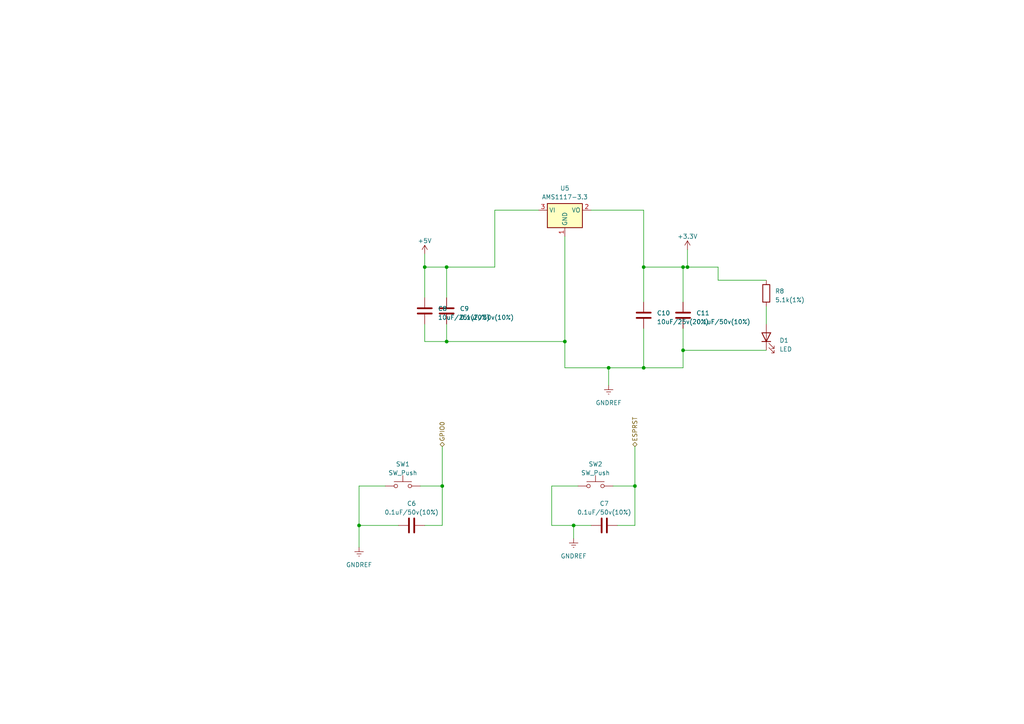
<source format=kicad_sch>
(kicad_sch (version 20230121) (generator eeschema)

  (uuid 524b97d5-f261-483f-aa26-0bc290ea6213)

  (paper "A4")

  (lib_symbols
    (symbol "Device:C" (pin_numbers hide) (pin_names (offset 0.254)) (in_bom yes) (on_board yes)
      (property "Reference" "C" (at 0.635 2.54 0)
        (effects (font (size 1.27 1.27)) (justify left))
      )
      (property "Value" "C" (at 0.635 -2.54 0)
        (effects (font (size 1.27 1.27)) (justify left))
      )
      (property "Footprint" "" (at 0.9652 -3.81 0)
        (effects (font (size 1.27 1.27)) hide)
      )
      (property "Datasheet" "~" (at 0 0 0)
        (effects (font (size 1.27 1.27)) hide)
      )
      (property "ki_keywords" "cap capacitor" (at 0 0 0)
        (effects (font (size 1.27 1.27)) hide)
      )
      (property "ki_description" "Unpolarized capacitor" (at 0 0 0)
        (effects (font (size 1.27 1.27)) hide)
      )
      (property "ki_fp_filters" "C_*" (at 0 0 0)
        (effects (font (size 1.27 1.27)) hide)
      )
      (symbol "C_0_1"
        (polyline
          (pts
            (xy -2.032 -0.762)
            (xy 2.032 -0.762)
          )
          (stroke (width 0.508) (type default))
          (fill (type none))
        )
        (polyline
          (pts
            (xy -2.032 0.762)
            (xy 2.032 0.762)
          )
          (stroke (width 0.508) (type default))
          (fill (type none))
        )
      )
      (symbol "C_1_1"
        (pin passive line (at 0 3.81 270) (length 2.794)
          (name "~" (effects (font (size 1.27 1.27))))
          (number "1" (effects (font (size 1.27 1.27))))
        )
        (pin passive line (at 0 -3.81 90) (length 2.794)
          (name "~" (effects (font (size 1.27 1.27))))
          (number "2" (effects (font (size 1.27 1.27))))
        )
      )
    )
    (symbol "Device:LED" (pin_numbers hide) (pin_names (offset 1.016) hide) (in_bom yes) (on_board yes)
      (property "Reference" "D" (at 0 2.54 0)
        (effects (font (size 1.27 1.27)))
      )
      (property "Value" "LED" (at 0 -2.54 0)
        (effects (font (size 1.27 1.27)))
      )
      (property "Footprint" "" (at 0 0 0)
        (effects (font (size 1.27 1.27)) hide)
      )
      (property "Datasheet" "~" (at 0 0 0)
        (effects (font (size 1.27 1.27)) hide)
      )
      (property "ki_keywords" "LED diode" (at 0 0 0)
        (effects (font (size 1.27 1.27)) hide)
      )
      (property "ki_description" "Light emitting diode" (at 0 0 0)
        (effects (font (size 1.27 1.27)) hide)
      )
      (property "ki_fp_filters" "LED* LED_SMD:* LED_THT:*" (at 0 0 0)
        (effects (font (size 1.27 1.27)) hide)
      )
      (symbol "LED_0_1"
        (polyline
          (pts
            (xy -1.27 -1.27)
            (xy -1.27 1.27)
          )
          (stroke (width 0.254) (type default))
          (fill (type none))
        )
        (polyline
          (pts
            (xy -1.27 0)
            (xy 1.27 0)
          )
          (stroke (width 0) (type default))
          (fill (type none))
        )
        (polyline
          (pts
            (xy 1.27 -1.27)
            (xy 1.27 1.27)
            (xy -1.27 0)
            (xy 1.27 -1.27)
          )
          (stroke (width 0.254) (type default))
          (fill (type none))
        )
        (polyline
          (pts
            (xy -3.048 -0.762)
            (xy -4.572 -2.286)
            (xy -3.81 -2.286)
            (xy -4.572 -2.286)
            (xy -4.572 -1.524)
          )
          (stroke (width 0) (type default))
          (fill (type none))
        )
        (polyline
          (pts
            (xy -1.778 -0.762)
            (xy -3.302 -2.286)
            (xy -2.54 -2.286)
            (xy -3.302 -2.286)
            (xy -3.302 -1.524)
          )
          (stroke (width 0) (type default))
          (fill (type none))
        )
      )
      (symbol "LED_1_1"
        (pin passive line (at -3.81 0 0) (length 2.54)
          (name "K" (effects (font (size 1.27 1.27))))
          (number "1" (effects (font (size 1.27 1.27))))
        )
        (pin passive line (at 3.81 0 180) (length 2.54)
          (name "A" (effects (font (size 1.27 1.27))))
          (number "2" (effects (font (size 1.27 1.27))))
        )
      )
    )
    (symbol "Device:R" (pin_numbers hide) (pin_names (offset 0)) (in_bom yes) (on_board yes)
      (property "Reference" "R" (at 2.032 0 90)
        (effects (font (size 1.27 1.27)))
      )
      (property "Value" "R" (at 0 0 90)
        (effects (font (size 1.27 1.27)))
      )
      (property "Footprint" "" (at -1.778 0 90)
        (effects (font (size 1.27 1.27)) hide)
      )
      (property "Datasheet" "~" (at 0 0 0)
        (effects (font (size 1.27 1.27)) hide)
      )
      (property "ki_keywords" "R res resistor" (at 0 0 0)
        (effects (font (size 1.27 1.27)) hide)
      )
      (property "ki_description" "Resistor" (at 0 0 0)
        (effects (font (size 1.27 1.27)) hide)
      )
      (property "ki_fp_filters" "R_*" (at 0 0 0)
        (effects (font (size 1.27 1.27)) hide)
      )
      (symbol "R_0_1"
        (rectangle (start -1.016 -2.54) (end 1.016 2.54)
          (stroke (width 0.254) (type default))
          (fill (type none))
        )
      )
      (symbol "R_1_1"
        (pin passive line (at 0 3.81 270) (length 1.27)
          (name "~" (effects (font (size 1.27 1.27))))
          (number "1" (effects (font (size 1.27 1.27))))
        )
        (pin passive line (at 0 -3.81 90) (length 1.27)
          (name "~" (effects (font (size 1.27 1.27))))
          (number "2" (effects (font (size 1.27 1.27))))
        )
      )
    )
    (symbol "Regulator_Linear:AMS1117-3.3" (in_bom yes) (on_board yes)
      (property "Reference" "U" (at -3.81 3.175 0)
        (effects (font (size 1.27 1.27)))
      )
      (property "Value" "AMS1117-3.3" (at 0 3.175 0)
        (effects (font (size 1.27 1.27)) (justify left))
      )
      (property "Footprint" "Package_TO_SOT_SMD:SOT-223-3_TabPin2" (at 0 5.08 0)
        (effects (font (size 1.27 1.27)) hide)
      )
      (property "Datasheet" "http://www.advanced-monolithic.com/pdf/ds1117.pdf" (at 2.54 -6.35 0)
        (effects (font (size 1.27 1.27)) hide)
      )
      (property "ki_keywords" "linear regulator ldo fixed positive" (at 0 0 0)
        (effects (font (size 1.27 1.27)) hide)
      )
      (property "ki_description" "1A Low Dropout regulator, positive, 3.3V fixed output, SOT-223" (at 0 0 0)
        (effects (font (size 1.27 1.27)) hide)
      )
      (property "ki_fp_filters" "SOT?223*TabPin2*" (at 0 0 0)
        (effects (font (size 1.27 1.27)) hide)
      )
      (symbol "AMS1117-3.3_0_1"
        (rectangle (start -5.08 -5.08) (end 5.08 1.905)
          (stroke (width 0.254) (type default))
          (fill (type background))
        )
      )
      (symbol "AMS1117-3.3_1_1"
        (pin power_in line (at 0 -7.62 90) (length 2.54)
          (name "GND" (effects (font (size 1.27 1.27))))
          (number "1" (effects (font (size 1.27 1.27))))
        )
        (pin power_out line (at 7.62 0 180) (length 2.54)
          (name "VO" (effects (font (size 1.27 1.27))))
          (number "2" (effects (font (size 1.27 1.27))))
        )
        (pin power_in line (at -7.62 0 0) (length 2.54)
          (name "VI" (effects (font (size 1.27 1.27))))
          (number "3" (effects (font (size 1.27 1.27))))
        )
      )
    )
    (symbol "Switch:SW_Push" (pin_numbers hide) (pin_names (offset 1.016) hide) (in_bom yes) (on_board yes)
      (property "Reference" "SW" (at 1.27 2.54 0)
        (effects (font (size 1.27 1.27)) (justify left))
      )
      (property "Value" "SW_Push" (at 0 -1.524 0)
        (effects (font (size 1.27 1.27)))
      )
      (property "Footprint" "" (at 0 5.08 0)
        (effects (font (size 1.27 1.27)) hide)
      )
      (property "Datasheet" "~" (at 0 5.08 0)
        (effects (font (size 1.27 1.27)) hide)
      )
      (property "ki_keywords" "switch normally-open pushbutton push-button" (at 0 0 0)
        (effects (font (size 1.27 1.27)) hide)
      )
      (property "ki_description" "Push button switch, generic, two pins" (at 0 0 0)
        (effects (font (size 1.27 1.27)) hide)
      )
      (symbol "SW_Push_0_1"
        (circle (center -2.032 0) (radius 0.508)
          (stroke (width 0) (type default))
          (fill (type none))
        )
        (polyline
          (pts
            (xy 0 1.27)
            (xy 0 3.048)
          )
          (stroke (width 0) (type default))
          (fill (type none))
        )
        (polyline
          (pts
            (xy 2.54 1.27)
            (xy -2.54 1.27)
          )
          (stroke (width 0) (type default))
          (fill (type none))
        )
        (circle (center 2.032 0) (radius 0.508)
          (stroke (width 0) (type default))
          (fill (type none))
        )
        (pin passive line (at -5.08 0 0) (length 2.54)
          (name "1" (effects (font (size 1.27 1.27))))
          (number "1" (effects (font (size 1.27 1.27))))
        )
        (pin passive line (at 5.08 0 180) (length 2.54)
          (name "2" (effects (font (size 1.27 1.27))))
          (number "2" (effects (font (size 1.27 1.27))))
        )
      )
    )
    (symbol "power:+3.3V" (power) (pin_names (offset 0)) (in_bom yes) (on_board yes)
      (property "Reference" "#PWR" (at 0 -3.81 0)
        (effects (font (size 1.27 1.27)) hide)
      )
      (property "Value" "+3.3V" (at 0 3.556 0)
        (effects (font (size 1.27 1.27)))
      )
      (property "Footprint" "" (at 0 0 0)
        (effects (font (size 1.27 1.27)) hide)
      )
      (property "Datasheet" "" (at 0 0 0)
        (effects (font (size 1.27 1.27)) hide)
      )
      (property "ki_keywords" "global power" (at 0 0 0)
        (effects (font (size 1.27 1.27)) hide)
      )
      (property "ki_description" "Power symbol creates a global label with name \"+3.3V\"" (at 0 0 0)
        (effects (font (size 1.27 1.27)) hide)
      )
      (symbol "+3.3V_0_1"
        (polyline
          (pts
            (xy -0.762 1.27)
            (xy 0 2.54)
          )
          (stroke (width 0) (type default))
          (fill (type none))
        )
        (polyline
          (pts
            (xy 0 0)
            (xy 0 2.54)
          )
          (stroke (width 0) (type default))
          (fill (type none))
        )
        (polyline
          (pts
            (xy 0 2.54)
            (xy 0.762 1.27)
          )
          (stroke (width 0) (type default))
          (fill (type none))
        )
      )
      (symbol "+3.3V_1_1"
        (pin power_in line (at 0 0 90) (length 0) hide
          (name "+3.3V" (effects (font (size 1.27 1.27))))
          (number "1" (effects (font (size 1.27 1.27))))
        )
      )
    )
    (symbol "power:+5V" (power) (pin_names (offset 0)) (in_bom yes) (on_board yes)
      (property "Reference" "#PWR" (at 0 -3.81 0)
        (effects (font (size 1.27 1.27)) hide)
      )
      (property "Value" "+5V" (at 0 3.556 0)
        (effects (font (size 1.27 1.27)))
      )
      (property "Footprint" "" (at 0 0 0)
        (effects (font (size 1.27 1.27)) hide)
      )
      (property "Datasheet" "" (at 0 0 0)
        (effects (font (size 1.27 1.27)) hide)
      )
      (property "ki_keywords" "global power" (at 0 0 0)
        (effects (font (size 1.27 1.27)) hide)
      )
      (property "ki_description" "Power symbol creates a global label with name \"+5V\"" (at 0 0 0)
        (effects (font (size 1.27 1.27)) hide)
      )
      (symbol "+5V_0_1"
        (polyline
          (pts
            (xy -0.762 1.27)
            (xy 0 2.54)
          )
          (stroke (width 0) (type default))
          (fill (type none))
        )
        (polyline
          (pts
            (xy 0 0)
            (xy 0 2.54)
          )
          (stroke (width 0) (type default))
          (fill (type none))
        )
        (polyline
          (pts
            (xy 0 2.54)
            (xy 0.762 1.27)
          )
          (stroke (width 0) (type default))
          (fill (type none))
        )
      )
      (symbol "+5V_1_1"
        (pin power_in line (at 0 0 90) (length 0) hide
          (name "+5V" (effects (font (size 1.27 1.27))))
          (number "1" (effects (font (size 1.27 1.27))))
        )
      )
    )
    (symbol "power:GNDREF" (power) (pin_names (offset 0)) (in_bom yes) (on_board yes)
      (property "Reference" "#PWR" (at 0 -6.35 0)
        (effects (font (size 1.27 1.27)) hide)
      )
      (property "Value" "GNDREF" (at 0 -3.81 0)
        (effects (font (size 1.27 1.27)))
      )
      (property "Footprint" "" (at 0 0 0)
        (effects (font (size 1.27 1.27)) hide)
      )
      (property "Datasheet" "" (at 0 0 0)
        (effects (font (size 1.27 1.27)) hide)
      )
      (property "ki_keywords" "global power" (at 0 0 0)
        (effects (font (size 1.27 1.27)) hide)
      )
      (property "ki_description" "Power symbol creates a global label with name \"GNDREF\" , reference supply ground" (at 0 0 0)
        (effects (font (size 1.27 1.27)) hide)
      )
      (symbol "GNDREF_0_1"
        (polyline
          (pts
            (xy -0.635 -1.905)
            (xy 0.635 -1.905)
          )
          (stroke (width 0) (type default))
          (fill (type none))
        )
        (polyline
          (pts
            (xy -0.127 -2.54)
            (xy 0.127 -2.54)
          )
          (stroke (width 0) (type default))
          (fill (type none))
        )
        (polyline
          (pts
            (xy 0 -1.27)
            (xy 0 0)
          )
          (stroke (width 0) (type default))
          (fill (type none))
        )
        (polyline
          (pts
            (xy 1.27 -1.27)
            (xy -1.27 -1.27)
          )
          (stroke (width 0) (type default))
          (fill (type none))
        )
      )
      (symbol "GNDREF_1_1"
        (pin power_in line (at 0 0 270) (length 0) hide
          (name "GNDREF" (effects (font (size 1.27 1.27))))
          (number "1" (effects (font (size 1.27 1.27))))
        )
      )
    )
  )

  (junction (at 186.69 106.68) (diameter 0) (color 0 0 0 0)
    (uuid 1768d6f7-cf67-4503-b00a-4b65b50f0cf0)
  )
  (junction (at 129.54 77.47) (diameter 0) (color 0 0 0 0)
    (uuid 22286f84-bd12-4d1e-b11d-27970e05ab49)
  )
  (junction (at 199.39 77.47) (diameter 0) (color 0 0 0 0)
    (uuid 32e6982a-6e05-405e-8749-53715ddfcd0a)
  )
  (junction (at 198.12 101.6) (diameter 0) (color 0 0 0 0)
    (uuid 3acb4e08-1d6a-495b-8de1-494390a9bb2e)
  )
  (junction (at 198.12 77.47) (diameter 0) (color 0 0 0 0)
    (uuid 3ca43fda-e4ef-403f-99e6-28439e1b9d8c)
  )
  (junction (at 163.83 99.06) (diameter 0) (color 0 0 0 0)
    (uuid 3dcb57e2-7fae-447d-81be-a711e873ca35)
  )
  (junction (at 186.69 77.47) (diameter 0) (color 0 0 0 0)
    (uuid 45925d41-1881-4a83-b7cf-3c8450d546be)
  )
  (junction (at 166.37 152.4) (diameter 0) (color 0 0 0 0)
    (uuid 5ddf6ab3-c3f9-438c-8596-c6f8ed916e63)
  )
  (junction (at 184.15 140.97) (diameter 0) (color 0 0 0 0)
    (uuid a1fa9045-817e-4f57-903e-5c444950498e)
  )
  (junction (at 176.53 106.68) (diameter 0) (color 0 0 0 0)
    (uuid b403e9fc-c658-4ab9-a7d4-9bbb7d86b9c7)
  )
  (junction (at 104.14 152.4) (diameter 0) (color 0 0 0 0)
    (uuid b415a2ad-8c2c-486c-afd0-f5ea94eb0f82)
  )
  (junction (at 128.27 140.97) (diameter 0) (color 0 0 0 0)
    (uuid b62ee6bb-a7b7-41f7-b8c0-abec631b885f)
  )
  (junction (at 123.19 77.47) (diameter 0) (color 0 0 0 0)
    (uuid bd1fa603-8ab3-4a43-bb7e-c86938f8e34d)
  )
  (junction (at 129.54 99.06) (diameter 0) (color 0 0 0 0)
    (uuid f6004653-4452-41e8-8dfa-81c20a09a795)
  )

  (wire (pts (xy 104.14 140.97) (xy 104.14 152.4))
    (stroke (width 0) (type default))
    (uuid 02890324-a42e-4243-88ec-3b32f7174efe)
  )
  (wire (pts (xy 184.15 140.97) (xy 184.15 129.54))
    (stroke (width 0) (type default))
    (uuid 04eeea37-ebd4-456b-867e-caa2991439cd)
  )
  (wire (pts (xy 198.12 77.47) (xy 186.69 77.47))
    (stroke (width 0) (type default))
    (uuid 0b99c503-1f16-40e5-855c-f482d285d985)
  )
  (wire (pts (xy 166.37 152.4) (xy 166.37 156.21))
    (stroke (width 0) (type default))
    (uuid 0e8001df-db98-47bb-9f2c-f6ba13cd3f2b)
  )
  (wire (pts (xy 104.14 152.4) (xy 104.14 158.75))
    (stroke (width 0) (type default))
    (uuid 0f715cfb-11b2-4ea5-af77-c7a7ad568fed)
  )
  (wire (pts (xy 184.15 152.4) (xy 184.15 140.97))
    (stroke (width 0) (type default))
    (uuid 1140050f-8d92-4f85-b996-65b1ae0b4989)
  )
  (wire (pts (xy 167.64 140.97) (xy 160.02 140.97))
    (stroke (width 0) (type default))
    (uuid 176bbd2e-8ff4-495b-90df-ade67b4b2590)
  )
  (wire (pts (xy 128.27 140.97) (xy 128.27 129.54))
    (stroke (width 0) (type default))
    (uuid 1ba4e4ba-0183-47d8-8f33-bbff9acac11d)
  )
  (wire (pts (xy 163.83 68.58) (xy 163.83 99.06))
    (stroke (width 0) (type default))
    (uuid 2110e5c6-f9d7-4b37-9576-91332ba2c487)
  )
  (wire (pts (xy 121.92 140.97) (xy 128.27 140.97))
    (stroke (width 0) (type default))
    (uuid 26633ac7-67e4-4a9e-9867-ff29cdac9f7a)
  )
  (wire (pts (xy 166.37 152.4) (xy 171.45 152.4))
    (stroke (width 0) (type default))
    (uuid 2894b6ca-333e-4faf-86e9-af6c1511a576)
  )
  (wire (pts (xy 198.12 77.47) (xy 199.39 77.47))
    (stroke (width 0) (type default))
    (uuid 28a76da3-e724-4062-a2e4-3b3082845d25)
  )
  (wire (pts (xy 176.53 106.68) (xy 176.53 111.76))
    (stroke (width 0) (type default))
    (uuid 30492e12-fe2b-4af6-833b-7709394369b1)
  )
  (wire (pts (xy 160.02 140.97) (xy 160.02 152.4))
    (stroke (width 0) (type default))
    (uuid 32ae8de2-8ec8-4418-964a-e98c1fc027df)
  )
  (wire (pts (xy 123.19 77.47) (xy 129.54 77.47))
    (stroke (width 0) (type default))
    (uuid 3bf5e1c2-9ab0-4100-a2f6-8727e414a501)
  )
  (wire (pts (xy 128.27 152.4) (xy 128.27 140.97))
    (stroke (width 0) (type default))
    (uuid 3d7bd8d4-a38f-41f9-980c-a4d5958cd615)
  )
  (wire (pts (xy 129.54 99.06) (xy 163.83 99.06))
    (stroke (width 0) (type default))
    (uuid 423912ee-a43a-4d54-b58b-47537c5010c3)
  )
  (wire (pts (xy 123.19 77.47) (xy 123.19 86.36))
    (stroke (width 0) (type default))
    (uuid 43e8be1d-1d8f-4e4b-89b5-d67612199eb6)
  )
  (wire (pts (xy 198.12 101.6) (xy 198.12 106.68))
    (stroke (width 0) (type default))
    (uuid 4f0cee7e-1c2b-4537-a608-6952feb2a78a)
  )
  (wire (pts (xy 177.8 140.97) (xy 184.15 140.97))
    (stroke (width 0) (type default))
    (uuid 54019213-f469-4fd2-9e57-a80357ec61b1)
  )
  (wire (pts (xy 208.28 81.28) (xy 208.28 77.47))
    (stroke (width 0) (type default))
    (uuid 561545ee-7e1f-40a8-a2d0-5086d53303e8)
  )
  (wire (pts (xy 123.19 93.98) (xy 123.19 99.06))
    (stroke (width 0) (type default))
    (uuid 5af7756d-eaf0-40a7-83a0-72893e2ac6c0)
  )
  (wire (pts (xy 186.69 60.96) (xy 186.69 77.47))
    (stroke (width 0) (type default))
    (uuid 5e9e0850-e80c-4ec8-b691-531852d43cb4)
  )
  (wire (pts (xy 186.69 77.47) (xy 186.69 87.63))
    (stroke (width 0) (type default))
    (uuid 5ed65da6-2300-4eff-af3f-1a1da968f974)
  )
  (wire (pts (xy 186.69 106.68) (xy 176.53 106.68))
    (stroke (width 0) (type default))
    (uuid 6610a07b-6151-47b5-9523-3f8270e20cff)
  )
  (wire (pts (xy 199.39 77.47) (xy 208.28 77.47))
    (stroke (width 0) (type default))
    (uuid 6aa3c933-9c2e-45ac-8fbe-595677327987)
  )
  (wire (pts (xy 198.12 95.25) (xy 198.12 101.6))
    (stroke (width 0) (type default))
    (uuid 6d152d91-5431-4092-9333-004ae718801f)
  )
  (wire (pts (xy 198.12 106.68) (xy 186.69 106.68))
    (stroke (width 0) (type default))
    (uuid 767e885d-dbca-45ec-bcad-a6b6205608f8)
  )
  (wire (pts (xy 163.83 99.06) (xy 163.83 106.68))
    (stroke (width 0) (type default))
    (uuid 8a28d46b-afb5-4fb7-a5f8-13fc97c42cef)
  )
  (wire (pts (xy 129.54 93.98) (xy 129.54 99.06))
    (stroke (width 0) (type default))
    (uuid 8c7092de-7094-4b8e-9704-91ecd8294cc1)
  )
  (wire (pts (xy 123.19 152.4) (xy 128.27 152.4))
    (stroke (width 0) (type default))
    (uuid 9ce8f56a-8a8e-453d-948f-36a6ecbc2a81)
  )
  (wire (pts (xy 198.12 87.63) (xy 198.12 77.47))
    (stroke (width 0) (type default))
    (uuid a79f17be-baa0-4cc6-98e0-82caead23a9e)
  )
  (wire (pts (xy 129.54 77.47) (xy 143.51 77.47))
    (stroke (width 0) (type default))
    (uuid b2c10f9a-7b25-4c19-91a6-ffcc86ee9b49)
  )
  (wire (pts (xy 111.76 140.97) (xy 104.14 140.97))
    (stroke (width 0) (type default))
    (uuid b5486298-047a-43a0-a889-414a80155597)
  )
  (wire (pts (xy 163.83 106.68) (xy 176.53 106.68))
    (stroke (width 0) (type default))
    (uuid c8a5d6c6-6dae-47c4-9e51-f1905f6294a2)
  )
  (wire (pts (xy 222.25 81.28) (xy 208.28 81.28))
    (stroke (width 0) (type default))
    (uuid cdf20153-4c02-48cb-a925-cd4f85aaf4ae)
  )
  (wire (pts (xy 171.45 60.96) (xy 186.69 60.96))
    (stroke (width 0) (type default))
    (uuid d5c1a6d4-9f2b-4852-bdf7-24f2d52046b4)
  )
  (wire (pts (xy 160.02 152.4) (xy 166.37 152.4))
    (stroke (width 0) (type default))
    (uuid d6e3e876-2ee4-4bc2-92a5-a96d45329897)
  )
  (wire (pts (xy 179.07 152.4) (xy 184.15 152.4))
    (stroke (width 0) (type default))
    (uuid d74781b4-5bcb-4b13-a6c3-bafff9c94024)
  )
  (wire (pts (xy 186.69 95.25) (xy 186.69 106.68))
    (stroke (width 0) (type default))
    (uuid d82cd0e5-1f1e-4dab-a81b-db0e9b82b17f)
  )
  (wire (pts (xy 199.39 72.39) (xy 199.39 77.47))
    (stroke (width 0) (type default))
    (uuid db454fba-fa8f-4351-98d5-2f0e11e6d855)
  )
  (wire (pts (xy 123.19 99.06) (xy 129.54 99.06))
    (stroke (width 0) (type default))
    (uuid dd3d747e-8a57-4083-ada5-9dd4ef4c6a3a)
  )
  (wire (pts (xy 143.51 60.96) (xy 143.51 77.47))
    (stroke (width 0) (type default))
    (uuid dda1f130-5aef-48da-829b-e13812db13ef)
  )
  (wire (pts (xy 198.12 101.6) (xy 222.25 101.6))
    (stroke (width 0) (type default))
    (uuid eafdea04-edff-42fe-a33b-e41ca8d9be93)
  )
  (wire (pts (xy 222.25 88.9) (xy 222.25 93.98))
    (stroke (width 0) (type default))
    (uuid ee76c452-3a22-40f9-a0f3-53e77f6bab51)
  )
  (wire (pts (xy 123.19 73.66) (xy 123.19 77.47))
    (stroke (width 0) (type default))
    (uuid f0ddb9a3-196b-4708-b0d8-3d15bcab6808)
  )
  (wire (pts (xy 104.14 152.4) (xy 115.57 152.4))
    (stroke (width 0) (type default))
    (uuid f90abb05-a049-45c2-937f-cff9db5b29e4)
  )
  (wire (pts (xy 156.21 60.96) (xy 143.51 60.96))
    (stroke (width 0) (type default))
    (uuid fb09d921-e26e-47ea-a37b-4b1401342dd9)
  )
  (wire (pts (xy 129.54 77.47) (xy 129.54 86.36))
    (stroke (width 0) (type default))
    (uuid fecefe60-566c-44ef-a6b0-e91d76071f55)
  )

  (hierarchical_label "ESPRST" (shape bidirectional) (at 184.15 129.54 90) (fields_autoplaced)
    (effects (font (size 1.27 1.27)) (justify left))
    (uuid 02bf6b43-a1ea-4907-8fb6-60125c618586)
  )
  (hierarchical_label "GPIO0" (shape bidirectional) (at 128.27 129.54 90) (fields_autoplaced)
    (effects (font (size 1.27 1.27)) (justify left))
    (uuid c63846fd-7fd0-41cd-b6c3-f030ee9cbda8)
  )

  (symbol (lib_id "Device:C") (at 129.54 90.17 180) (unit 1)
    (in_bom yes) (on_board yes) (dnp no) (fields_autoplaced)
    (uuid 0007b173-5934-41f3-be45-d865e43623c7)
    (property "Reference" "C9" (at 133.35 89.535 0)
      (effects (font (size 1.27 1.27)) (justify right))
    )
    (property "Value" "0.1uF/50v(10%)" (at 133.35 92.075 0)
      (effects (font (size 1.27 1.27)) (justify right))
    )
    (property "Footprint" "Capacitor_SMD:C_0603_1608Metric" (at 128.5748 86.36 0)
      (effects (font (size 1.27 1.27)) hide)
    )
    (property "Datasheet" "~" (at 129.54 90.17 0)
      (effects (font (size 1.27 1.27)) hide)
    )
    (pin "1" (uuid 7f8ef883-67bc-44cd-8fcc-457c482497fd))
    (pin "2" (uuid b69bf63d-5187-4749-8b6a-10aabfe9cfc8))
    (instances
      (project "Test"
        (path "/500173a1-7f35-43bb-9d25-c87545bd4fab/32977c15-5d1b-454c-b92d-f7111124ea41"
          (reference "C9") (unit 1)
        )
      )
    )
  )

  (symbol (lib_id "Switch:SW_Push") (at 172.72 140.97 0) (unit 1)
    (in_bom yes) (on_board yes) (dnp no) (fields_autoplaced)
    (uuid 1399df48-d128-4ba7-91ae-049e62c5cc3d)
    (property "Reference" "SW2" (at 172.72 134.62 0)
      (effects (font (size 1.27 1.27)))
    )
    (property "Value" "SW_Push" (at 172.72 137.16 0)
      (effects (font (size 1.27 1.27)))
    )
    (property "Footprint" "Button_Switch_SMD:SW_SPST_B3U-1000P" (at 172.72 135.89 0)
      (effects (font (size 1.27 1.27)) hide)
    )
    (property "Datasheet" "~" (at 172.72 135.89 0)
      (effects (font (size 1.27 1.27)) hide)
    )
    (pin "1" (uuid ec1e7336-a179-4277-a9ed-7212e3668963))
    (pin "2" (uuid 199f85d8-9927-4fa7-a678-ca1b7cad000a))
    (instances
      (project "Test"
        (path "/500173a1-7f35-43bb-9d25-c87545bd4fab/32977c15-5d1b-454c-b92d-f7111124ea41"
          (reference "SW2") (unit 1)
        )
      )
    )
  )

  (symbol (lib_id "power:+3.3V") (at 199.39 72.39 0) (unit 1)
    (in_bom yes) (on_board yes) (dnp no) (fields_autoplaced)
    (uuid 1f458700-6963-4b08-a28e-2eb041a6c06b)
    (property "Reference" "#PWR016" (at 199.39 76.2 0)
      (effects (font (size 1.27 1.27)) hide)
    )
    (property "Value" "+3.3V" (at 199.39 68.58 0)
      (effects (font (size 1.27 1.27)))
    )
    (property "Footprint" "" (at 199.39 72.39 0)
      (effects (font (size 1.27 1.27)) hide)
    )
    (property "Datasheet" "" (at 199.39 72.39 0)
      (effects (font (size 1.27 1.27)) hide)
    )
    (pin "1" (uuid 5024f24a-2bda-43b5-8558-4f4c71dce698))
    (instances
      (project "Test"
        (path "/500173a1-7f35-43bb-9d25-c87545bd4fab/32977c15-5d1b-454c-b92d-f7111124ea41"
          (reference "#PWR016") (unit 1)
        )
      )
    )
  )

  (symbol (lib_id "power:GNDREF") (at 104.14 158.75 0) (unit 1)
    (in_bom yes) (on_board yes) (dnp no) (fields_autoplaced)
    (uuid 260cdb99-574d-4daa-97cb-c24c47578ee9)
    (property "Reference" "#PWR03" (at 104.14 165.1 0)
      (effects (font (size 1.27 1.27)) hide)
    )
    (property "Value" "GNDREF" (at 104.14 163.83 0)
      (effects (font (size 1.27 1.27)))
    )
    (property "Footprint" "" (at 104.14 158.75 0)
      (effects (font (size 1.27 1.27)) hide)
    )
    (property "Datasheet" "" (at 104.14 158.75 0)
      (effects (font (size 1.27 1.27)) hide)
    )
    (pin "1" (uuid a5c0ecee-dc37-423d-9030-7cd62c8710c3))
    (instances
      (project "Test"
        (path "/500173a1-7f35-43bb-9d25-c87545bd4fab/90c2206b-2d67-4445-a823-fc241fb019b9"
          (reference "#PWR03") (unit 1)
        )
        (path "/500173a1-7f35-43bb-9d25-c87545bd4fab/32977c15-5d1b-454c-b92d-f7111124ea41"
          (reference "#PWR014") (unit 1)
        )
      )
    )
  )

  (symbol (lib_id "power:GNDREF") (at 176.53 111.76 0) (unit 1)
    (in_bom yes) (on_board yes) (dnp no) (fields_autoplaced)
    (uuid 4bd6da97-dcf9-410b-9d83-d308b7312728)
    (property "Reference" "#PWR03" (at 176.53 118.11 0)
      (effects (font (size 1.27 1.27)) hide)
    )
    (property "Value" "GNDREF" (at 176.53 116.84 0)
      (effects (font (size 1.27 1.27)))
    )
    (property "Footprint" "" (at 176.53 111.76 0)
      (effects (font (size 1.27 1.27)) hide)
    )
    (property "Datasheet" "" (at 176.53 111.76 0)
      (effects (font (size 1.27 1.27)) hide)
    )
    (pin "1" (uuid a6c6d284-b739-4577-8dd6-4f991aab861d))
    (instances
      (project "Test"
        (path "/500173a1-7f35-43bb-9d25-c87545bd4fab/90c2206b-2d67-4445-a823-fc241fb019b9"
          (reference "#PWR03") (unit 1)
        )
        (path "/500173a1-7f35-43bb-9d25-c87545bd4fab/32977c15-5d1b-454c-b92d-f7111124ea41"
          (reference "#PWR023") (unit 1)
        )
      )
    )
  )

  (symbol (lib_id "Device:C") (at 123.19 90.17 180) (unit 1)
    (in_bom yes) (on_board yes) (dnp no) (fields_autoplaced)
    (uuid 59815ecd-a76b-4022-aee6-30bff3cf7431)
    (property "Reference" "C8" (at 127 89.535 0)
      (effects (font (size 1.27 1.27)) (justify right))
    )
    (property "Value" "10uF/25v(20%)" (at 127 92.075 0)
      (effects (font (size 1.27 1.27)) (justify right))
    )
    (property "Footprint" "Capacitor_SMD:C_0603_1608Metric" (at 122.2248 86.36 0)
      (effects (font (size 1.27 1.27)) hide)
    )
    (property "Datasheet" "~" (at 123.19 90.17 0)
      (effects (font (size 1.27 1.27)) hide)
    )
    (pin "1" (uuid 1408d18c-24b1-4cfc-835d-23e968d72fbb))
    (pin "2" (uuid c298b349-1542-46dc-9f1a-8ab7d51f3818))
    (instances
      (project "Test"
        (path "/500173a1-7f35-43bb-9d25-c87545bd4fab/32977c15-5d1b-454c-b92d-f7111124ea41"
          (reference "C8") (unit 1)
        )
      )
    )
  )

  (symbol (lib_id "Regulator_Linear:AMS1117-3.3") (at 163.83 60.96 0) (unit 1)
    (in_bom yes) (on_board yes) (dnp no) (fields_autoplaced)
    (uuid 5c7a54dd-8efa-4bc1-93ea-f5ad660db28f)
    (property "Reference" "U5" (at 163.83 54.61 0)
      (effects (font (size 1.27 1.27)))
    )
    (property "Value" "AMS1117-3.3" (at 163.83 57.15 0)
      (effects (font (size 1.27 1.27)))
    )
    (property "Footprint" "Package_TO_SOT_SMD:SOT-223-3_TabPin2" (at 163.83 55.88 0)
      (effects (font (size 1.27 1.27)) hide)
    )
    (property "Datasheet" "http://www.advanced-monolithic.com/pdf/ds1117.pdf" (at 166.37 67.31 0)
      (effects (font (size 1.27 1.27)) hide)
    )
    (pin "1" (uuid 90cd6872-095b-44a0-8e80-36b27ca2775c))
    (pin "2" (uuid 292e7ff3-4c00-4a1e-a131-abd803388b4b))
    (pin "3" (uuid 1332fb54-5759-4a93-b46c-07fb7adadce0))
    (instances
      (project "Test"
        (path "/500173a1-7f35-43bb-9d25-c87545bd4fab/32977c15-5d1b-454c-b92d-f7111124ea41"
          (reference "U5") (unit 1)
        )
      )
    )
  )

  (symbol (lib_id "Device:C") (at 198.12 91.44 180) (unit 1)
    (in_bom yes) (on_board yes) (dnp no) (fields_autoplaced)
    (uuid 60ada87c-2327-40ac-8227-ad73178aeb0c)
    (property "Reference" "C11" (at 201.93 90.805 0)
      (effects (font (size 1.27 1.27)) (justify right))
    )
    (property "Value" "0.1uF/50v(10%)" (at 201.93 93.345 0)
      (effects (font (size 1.27 1.27)) (justify right))
    )
    (property "Footprint" "Capacitor_SMD:C_0603_1608Metric" (at 197.1548 87.63 0)
      (effects (font (size 1.27 1.27)) hide)
    )
    (property "Datasheet" "~" (at 198.12 91.44 0)
      (effects (font (size 1.27 1.27)) hide)
    )
    (pin "1" (uuid 33652d8b-cf7b-42c7-9edc-843d8881cb45))
    (pin "2" (uuid fda6f4d0-2d3c-4a20-90f7-e4c2846d3b66))
    (instances
      (project "Test"
        (path "/500173a1-7f35-43bb-9d25-c87545bd4fab/32977c15-5d1b-454c-b92d-f7111124ea41"
          (reference "C11") (unit 1)
        )
      )
    )
  )

  (symbol (lib_id "Device:C") (at 119.38 152.4 90) (unit 1)
    (in_bom yes) (on_board yes) (dnp no) (fields_autoplaced)
    (uuid 84348da3-a6fe-4038-a562-2ac3b46688ca)
    (property "Reference" "C6" (at 119.38 146.05 90)
      (effects (font (size 1.27 1.27)))
    )
    (property "Value" "0.1uF/50v(10%)" (at 119.38 148.59 90)
      (effects (font (size 1.27 1.27)))
    )
    (property "Footprint" "Capacitor_SMD:C_0603_1608Metric" (at 123.19 151.4348 0)
      (effects (font (size 1.27 1.27)) hide)
    )
    (property "Datasheet" "~" (at 119.38 152.4 0)
      (effects (font (size 1.27 1.27)) hide)
    )
    (pin "1" (uuid 9261532e-db0f-4d7c-b40e-4b3cb9d1d7fa))
    (pin "2" (uuid 624dc9b8-1095-47c3-9c16-9013ef00f03b))
    (instances
      (project "Test"
        (path "/500173a1-7f35-43bb-9d25-c87545bd4fab/32977c15-5d1b-454c-b92d-f7111124ea41"
          (reference "C6") (unit 1)
        )
      )
    )
  )

  (symbol (lib_id "Device:LED") (at 222.25 97.79 90) (unit 1)
    (in_bom yes) (on_board yes) (dnp no) (fields_autoplaced)
    (uuid 8d06c71c-0697-4655-8fba-29cfcef002a3)
    (property "Reference" "D1" (at 226.06 98.7425 90)
      (effects (font (size 1.27 1.27)) (justify right))
    )
    (property "Value" "LED" (at 226.06 101.2825 90)
      (effects (font (size 1.27 1.27)) (justify right))
    )
    (property "Footprint" "LED_SMD:LED_0805_2012Metric" (at 222.25 97.79 0)
      (effects (font (size 1.27 1.27)) hide)
    )
    (property "Datasheet" "~" (at 222.25 97.79 0)
      (effects (font (size 1.27 1.27)) hide)
    )
    (pin "1" (uuid e8cbec0e-a989-49a4-a9f0-63cbe66acc9f))
    (pin "2" (uuid f54c22bb-de13-4cce-b382-f816c80c361e))
    (instances
      (project "Test"
        (path "/500173a1-7f35-43bb-9d25-c87545bd4fab/32977c15-5d1b-454c-b92d-f7111124ea41"
          (reference "D1") (unit 1)
        )
      )
    )
  )

  (symbol (lib_id "Device:C") (at 186.69 91.44 180) (unit 1)
    (in_bom yes) (on_board yes) (dnp no) (fields_autoplaced)
    (uuid 8de20d88-e952-4bf8-a497-c99c32298e26)
    (property "Reference" "C10" (at 190.5 90.805 0)
      (effects (font (size 1.27 1.27)) (justify right))
    )
    (property "Value" "10uF/25v(20%)" (at 190.5 93.345 0)
      (effects (font (size 1.27 1.27)) (justify right))
    )
    (property "Footprint" "Capacitor_SMD:C_0603_1608Metric" (at 185.7248 87.63 0)
      (effects (font (size 1.27 1.27)) hide)
    )
    (property "Datasheet" "~" (at 186.69 91.44 0)
      (effects (font (size 1.27 1.27)) hide)
    )
    (pin "1" (uuid a1064018-e11a-4aba-8a7b-282c76bc895e))
    (pin "2" (uuid 1f14e773-ec04-4028-8c93-d184878c2970))
    (instances
      (project "Test"
        (path "/500173a1-7f35-43bb-9d25-c87545bd4fab/32977c15-5d1b-454c-b92d-f7111124ea41"
          (reference "C10") (unit 1)
        )
      )
    )
  )

  (symbol (lib_id "power:+5V") (at 123.19 73.66 0) (unit 1)
    (in_bom yes) (on_board yes) (dnp no) (fields_autoplaced)
    (uuid baa0c01f-3470-435d-b16c-9f4a59ae8609)
    (property "Reference" "#PWR017" (at 123.19 77.47 0)
      (effects (font (size 1.27 1.27)) hide)
    )
    (property "Value" "+5V" (at 123.19 69.85 0)
      (effects (font (size 1.27 1.27)))
    )
    (property "Footprint" "" (at 123.19 73.66 0)
      (effects (font (size 1.27 1.27)) hide)
    )
    (property "Datasheet" "" (at 123.19 73.66 0)
      (effects (font (size 1.27 1.27)) hide)
    )
    (pin "1" (uuid 0eff6789-1ccc-43bb-9e37-aeadb5b58984))
    (instances
      (project "Test"
        (path "/500173a1-7f35-43bb-9d25-c87545bd4fab/32977c15-5d1b-454c-b92d-f7111124ea41"
          (reference "#PWR017") (unit 1)
        )
      )
    )
  )

  (symbol (lib_id "Switch:SW_Push") (at 116.84 140.97 0) (unit 1)
    (in_bom yes) (on_board yes) (dnp no) (fields_autoplaced)
    (uuid c6a8a1c7-1b21-4d10-b0c6-8972fd75bb91)
    (property "Reference" "SW1" (at 116.84 134.62 0)
      (effects (font (size 1.27 1.27)))
    )
    (property "Value" "SW_Push" (at 116.84 137.16 0)
      (effects (font (size 1.27 1.27)))
    )
    (property "Footprint" "Button_Switch_SMD:SW_SPST_B3U-1000P" (at 116.84 135.89 0)
      (effects (font (size 1.27 1.27)) hide)
    )
    (property "Datasheet" "~" (at 116.84 135.89 0)
      (effects (font (size 1.27 1.27)) hide)
    )
    (pin "1" (uuid da0089ac-c4c4-4355-bda8-2e5e36794c91))
    (pin "2" (uuid acc673c9-94a6-483b-8fb7-b13700b33422))
    (instances
      (project "Test"
        (path "/500173a1-7f35-43bb-9d25-c87545bd4fab/32977c15-5d1b-454c-b92d-f7111124ea41"
          (reference "SW1") (unit 1)
        )
      )
    )
  )

  (symbol (lib_id "power:GNDREF") (at 166.37 156.21 0) (unit 1)
    (in_bom yes) (on_board yes) (dnp no) (fields_autoplaced)
    (uuid e4645335-b158-42af-84a7-9f4ceaec6ed2)
    (property "Reference" "#PWR03" (at 166.37 162.56 0)
      (effects (font (size 1.27 1.27)) hide)
    )
    (property "Value" "GNDREF" (at 166.37 161.29 0)
      (effects (font (size 1.27 1.27)))
    )
    (property "Footprint" "" (at 166.37 156.21 0)
      (effects (font (size 1.27 1.27)) hide)
    )
    (property "Datasheet" "" (at 166.37 156.21 0)
      (effects (font (size 1.27 1.27)) hide)
    )
    (pin "1" (uuid cf371548-38d9-49cd-a564-c98edeb5f26d))
    (instances
      (project "Test"
        (path "/500173a1-7f35-43bb-9d25-c87545bd4fab/90c2206b-2d67-4445-a823-fc241fb019b9"
          (reference "#PWR03") (unit 1)
        )
        (path "/500173a1-7f35-43bb-9d25-c87545bd4fab/32977c15-5d1b-454c-b92d-f7111124ea41"
          (reference "#PWR015") (unit 1)
        )
      )
    )
  )

  (symbol (lib_id "Device:C") (at 175.26 152.4 90) (unit 1)
    (in_bom yes) (on_board yes) (dnp no) (fields_autoplaced)
    (uuid e84c5c48-050d-43f0-ac64-5d2675590f2a)
    (property "Reference" "C7" (at 175.26 146.05 90)
      (effects (font (size 1.27 1.27)))
    )
    (property "Value" "0.1uF/50v(10%)" (at 175.26 148.59 90)
      (effects (font (size 1.27 1.27)))
    )
    (property "Footprint" "Capacitor_SMD:C_0603_1608Metric" (at 179.07 151.4348 0)
      (effects (font (size 1.27 1.27)) hide)
    )
    (property "Datasheet" "~" (at 175.26 152.4 0)
      (effects (font (size 1.27 1.27)) hide)
    )
    (pin "1" (uuid 0e8ef03e-ed77-4799-ab0c-a45a5109e163))
    (pin "2" (uuid d2a94c31-a4ed-499d-a5d3-c9f2dac258af))
    (instances
      (project "Test"
        (path "/500173a1-7f35-43bb-9d25-c87545bd4fab/32977c15-5d1b-454c-b92d-f7111124ea41"
          (reference "C7") (unit 1)
        )
      )
    )
  )

  (symbol (lib_id "Device:R") (at 222.25 85.09 0) (unit 1)
    (in_bom yes) (on_board yes) (dnp no) (fields_autoplaced)
    (uuid fa528a92-c55a-4801-b126-9b8038c96142)
    (property "Reference" "R8" (at 224.79 84.455 0)
      (effects (font (size 1.27 1.27)) (justify left))
    )
    (property "Value" "5.1k(1%)" (at 224.79 86.995 0)
      (effects (font (size 1.27 1.27)) (justify left))
    )
    (property "Footprint" "Resistor_SMD:R_0402_1005Metric_Pad0.72x0.64mm_HandSolder" (at 220.472 85.09 90)
      (effects (font (size 1.27 1.27)) hide)
    )
    (property "Datasheet" "~" (at 222.25 85.09 0)
      (effects (font (size 1.27 1.27)) hide)
    )
    (pin "1" (uuid 8e3b9569-ef31-4cf7-b624-c698a406abd2))
    (pin "2" (uuid 25d98de6-3915-4b05-9400-7ef85dcf4863))
    (instances
      (project "Test"
        (path "/500173a1-7f35-43bb-9d25-c87545bd4fab/32977c15-5d1b-454c-b92d-f7111124ea41"
          (reference "R8") (unit 1)
        )
      )
    )
  )
)

</source>
